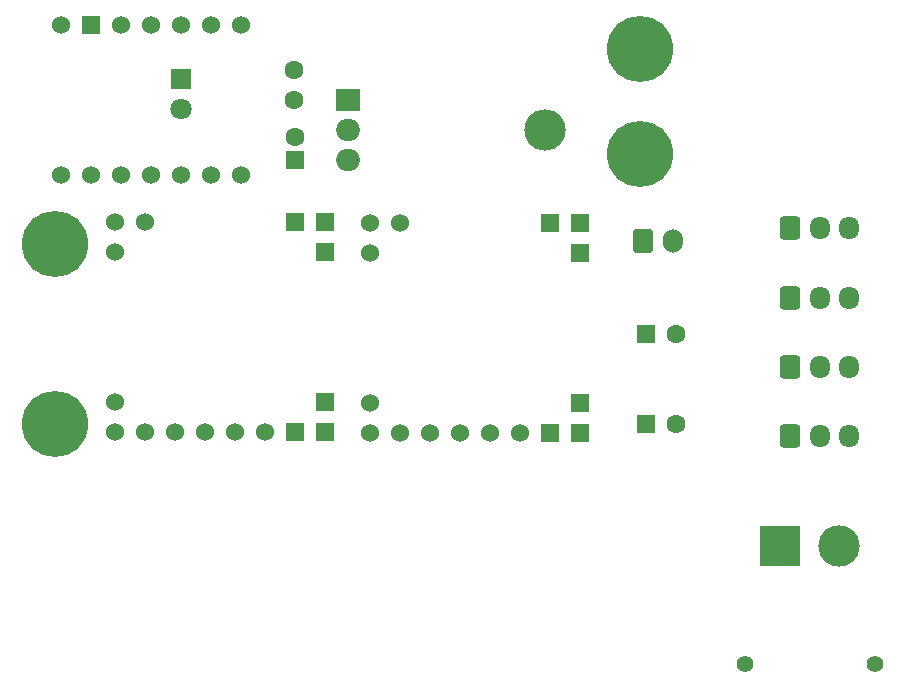
<source format=gbr>
%TF.GenerationSoftware,KiCad,Pcbnew,8.0.5*%
%TF.CreationDate,2024-09-26T00:23:46+09:00*%
%TF.ProjectId,_____,b5fcdcfa-7f2e-46b6-9963-61645f706362,rev?*%
%TF.SameCoordinates,Original*%
%TF.FileFunction,Soldermask,Bot*%
%TF.FilePolarity,Negative*%
%FSLAX46Y46*%
G04 Gerber Fmt 4.6, Leading zero omitted, Abs format (unit mm)*
G04 Created by KiCad (PCBNEW 8.0.5) date 2024-09-26 00:23:46*
%MOMM*%
%LPD*%
G01*
G04 APERTURE LIST*
G04 Aperture macros list*
%AMRoundRect*
0 Rectangle with rounded corners*
0 $1 Rounding radius*
0 $2 $3 $4 $5 $6 $7 $8 $9 X,Y pos of 4 corners*
0 Add a 4 corners polygon primitive as box body*
4,1,4,$2,$3,$4,$5,$6,$7,$8,$9,$2,$3,0*
0 Add four circle primitives for the rounded corners*
1,1,$1+$1,$2,$3*
1,1,$1+$1,$4,$5*
1,1,$1+$1,$6,$7*
1,1,$1+$1,$8,$9*
0 Add four rect primitives between the rounded corners*
20,1,$1+$1,$2,$3,$4,$5,0*
20,1,$1+$1,$4,$5,$6,$7,0*
20,1,$1+$1,$6,$7,$8,$9,0*
20,1,$1+$1,$8,$9,$2,$3,0*%
G04 Aperture macros list end*
%ADD10C,5.600000*%
%ADD11RoundRect,0.250000X-0.600000X-0.725000X0.600000X-0.725000X0.600000X0.725000X-0.600000X0.725000X0*%
%ADD12O,1.700000X1.950000*%
%ADD13RoundRect,0.250000X-0.600000X-0.750000X0.600000X-0.750000X0.600000X0.750000X-0.600000X0.750000X0*%
%ADD14O,1.700000X2.000000*%
%ADD15C,1.524000*%
%ADD16R,1.524000X1.524000*%
%ADD17R,1.600000X1.600000*%
%ADD18C,1.600000*%
%ADD19C,1.800000*%
%ADD20R,1.800000X1.800000*%
%ADD21C,1.400000*%
%ADD22R,3.500000X3.500000*%
%ADD23C,3.500000*%
%ADD24O,2.000000X1.905000*%
%ADD25R,2.000000X1.905000*%
%ADD26O,3.500000X3.500000*%
G04 APERTURE END LIST*
D10*
%TO.C,*%
X92710000Y-71120000D03*
%TD*%
%TO.C,*%
X92710000Y-62230000D03*
%TD*%
%TO.C,REF\u002A\u002A*%
X43180000Y-93980000D03*
%TD*%
D11*
%TO.C,J3*%
X105450000Y-83250000D03*
D12*
X107950000Y-83250000D03*
X110450000Y-83250000D03*
%TD*%
D13*
%TO.C,J6*%
X93004000Y-78469000D03*
D14*
X95504000Y-78469000D03*
%TD*%
D15*
%TO.C,LT1*%
X69850000Y-92202000D03*
X69850000Y-94742000D03*
X72390000Y-94742000D03*
X74930000Y-94742000D03*
X77470000Y-94742000D03*
X80010000Y-94742000D03*
X82550000Y-94742000D03*
D16*
X85090000Y-94742000D03*
X87630000Y-94742000D03*
X87630000Y-92202000D03*
D15*
X69850000Y-79502000D03*
X69850000Y-76962000D03*
X72390000Y-76962000D03*
D16*
X85090000Y-76962000D03*
X87630000Y-76962000D03*
X87630000Y-79502000D03*
%TD*%
D17*
%TO.C,C4*%
X93258000Y-86360000D03*
D18*
X95758000Y-86360000D03*
%TD*%
%TO.C,C1*%
X63474600Y-66502600D03*
X63474600Y-64002600D03*
%TD*%
%TO.C,C2*%
X63500000Y-69621400D03*
D17*
X63500000Y-71621400D03*
%TD*%
D10*
%TO.C,*%
X43180000Y-78740000D03*
%TD*%
D19*
%TO.C,D1*%
X53878000Y-67305000D03*
D20*
X53878000Y-64765000D03*
%TD*%
D11*
%TO.C,J4*%
X105450000Y-89100000D03*
D12*
X107950000Y-89100000D03*
X110450000Y-89100000D03*
%TD*%
D11*
%TO.C,J5*%
X105450000Y-94950000D03*
D12*
X107950000Y-94950000D03*
X110450000Y-94950000D03*
%TD*%
D16*
%TO.C,LT2*%
X66040000Y-79375000D03*
X66040000Y-76835000D03*
X63500000Y-76835000D03*
D15*
X50800000Y-76835000D03*
X48260000Y-76835000D03*
X48260000Y-79375000D03*
D16*
X66040000Y-92075000D03*
X66040000Y-94615000D03*
X63500000Y-94615000D03*
D15*
X60960000Y-94615000D03*
X58420000Y-94615000D03*
X55880000Y-94615000D03*
X53340000Y-94615000D03*
X50800000Y-94615000D03*
X48260000Y-94615000D03*
X48260000Y-92075000D03*
%TD*%
%TO.C,U1*%
X43688000Y-60198000D03*
D16*
X46228000Y-60198000D03*
D15*
X48768000Y-60198000D03*
X51308000Y-60198000D03*
X53848000Y-60198000D03*
X56388000Y-60198000D03*
X58928000Y-60198000D03*
X58928000Y-72898000D03*
X56388000Y-72898000D03*
X53848000Y-72898000D03*
X51308000Y-72898000D03*
X48768000Y-72898000D03*
X46228000Y-72898000D03*
X43688000Y-72898000D03*
%TD*%
D11*
%TO.C,J2*%
X105450000Y-77400000D03*
D12*
X107950000Y-77400000D03*
X110450000Y-77400000D03*
%TD*%
D17*
%TO.C,C5*%
X93258000Y-93980000D03*
D18*
X95758000Y-93980000D03*
%TD*%
D21*
%TO.C,J1*%
X112600000Y-114300000D03*
X101600000Y-114300000D03*
D22*
X104600000Y-104300000D03*
D23*
X109600000Y-104300000D03*
%TD*%
D24*
%TO.C,LDO1*%
X68046600Y-71602600D03*
X68046600Y-69062600D03*
D25*
X68046600Y-66522600D03*
D26*
X84706600Y-69062600D03*
%TD*%
M02*

</source>
